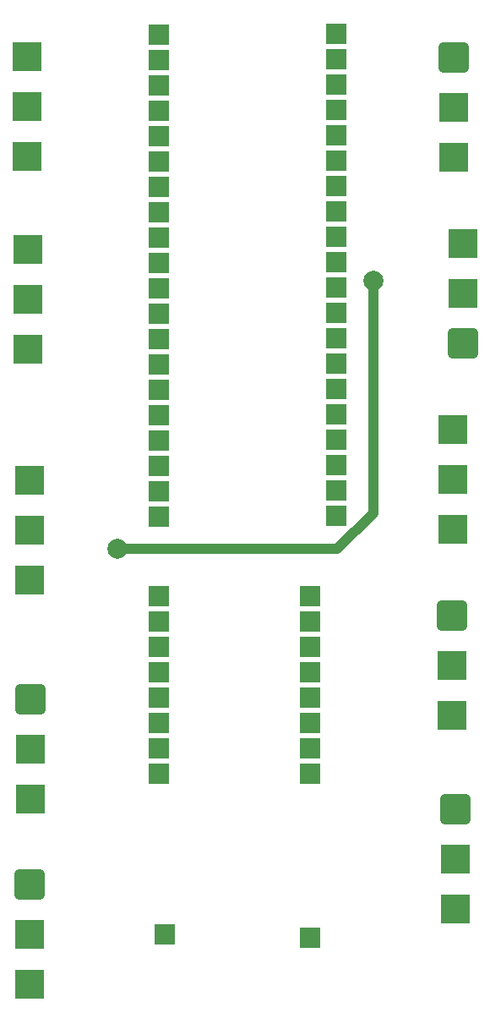
<source format=gbr>
%TF.GenerationSoftware,KiCad,Pcbnew,7.0.7*%
%TF.CreationDate,2023-09-27T09:45:00-05:00*%
%TF.ProjectId,PCB,5043422e-6b69-4636-9164-5f7063625858,rev?*%
%TF.SameCoordinates,Original*%
%TF.FileFunction,Copper,L1,Top*%
%TF.FilePolarity,Positive*%
%FSLAX46Y46*%
G04 Gerber Fmt 4.6, Leading zero omitted, Abs format (unit mm)*
G04 Created by KiCad (PCBNEW 7.0.7) date 2023-09-27 09:45:00*
%MOMM*%
%LPD*%
G01*
G04 APERTURE LIST*
G04 Aperture macros list*
%AMRoundRect*
0 Rectangle with rounded corners*
0 $1 Rounding radius*
0 $2 $3 $4 $5 $6 $7 $8 $9 X,Y pos of 4 corners*
0 Add a 4 corners polygon primitive as box body*
4,1,4,$2,$3,$4,$5,$6,$7,$8,$9,$2,$3,0*
0 Add four circle primitives for the rounded corners*
1,1,$1+$1,$2,$3*
1,1,$1+$1,$4,$5*
1,1,$1+$1,$6,$7*
1,1,$1+$1,$8,$9*
0 Add four rect primitives between the rounded corners*
20,1,$1+$1,$2,$3,$4,$5,0*
20,1,$1+$1,$4,$5,$6,$7,0*
20,1,$1+$1,$6,$7,$8,$9,0*
20,1,$1+$1,$8,$9,$2,$3,0*%
G04 Aperture macros list end*
%TA.AperFunction,ComponentPad*%
%ADD10R,2.000000X2.000000*%
%TD*%
%TA.AperFunction,ComponentPad*%
%ADD11R,3.000000X3.000000*%
%TD*%
%TA.AperFunction,ComponentPad*%
%ADD12RoundRect,0.375000X-1.125000X1.125000X-1.125000X-1.125000X1.125000X-1.125000X1.125000X1.125000X0*%
%TD*%
%TA.AperFunction,ComponentPad*%
%ADD13RoundRect,0.375000X1.125000X-1.125000X1.125000X1.125000X-1.125000X1.125000X-1.125000X-1.125000X0*%
%TD*%
%TA.AperFunction,ViaPad*%
%ADD14C,2.000000*%
%TD*%
%TA.AperFunction,Conductor*%
%ADD15C,1.000000*%
%TD*%
G04 APERTURE END LIST*
D10*
%TO.P,J15,1,Pin_1*%
%TO.N,V_Motor*%
X103124000Y-140919200D03*
%TD*%
D11*
%TO.P,J7,1,Pin_1*%
%TO.N,TX*%
X89244300Y-53013600D03*
%TO.P,J7,2,Pin_2*%
%TO.N,RX*%
X89244300Y-58013600D03*
%TO.P,J7,3,Pin_3*%
%TO.N,unconnected-(J7-Pin_3-Pad3)*%
X89244300Y-63013600D03*
%TD*%
%TO.P,J3,1,Pin_1*%
%TO.N,EncoB1*%
X89385400Y-72296000D03*
%TO.P,J3,2,Pin_2*%
%TO.N,EncoA1*%
X89385400Y-77296000D03*
%TO.P,J3,3,Pin_3*%
%TO.N,3.3V*%
X89385400Y-82296000D03*
%TD*%
D10*
%TO.P,J8,1,Pin_1*%
%TO.N,V_Motor*%
X102489400Y-107046000D03*
%TO.P,J8,2,Pin_2*%
%TO.N,5V I_O*%
X102489400Y-109586000D03*
%TO.P,J8,3,Pin_3*%
%TO.N,GND*%
X102489400Y-112126000D03*
%TO.P,J8,4,Pin_4*%
%TO.N,A01*%
X102489400Y-114666000D03*
%TO.P,J8,5,Pin_5*%
%TO.N,A02*%
X102489400Y-117206000D03*
%TO.P,J8,6,Pin_6*%
%TO.N,B02*%
X102489400Y-119746000D03*
%TO.P,J8,7,Pin_7*%
%TO.N,B01*%
X102489400Y-122286000D03*
%TO.P,J8,8,Pin_8*%
%TO.N,GND*%
X102489400Y-124826000D03*
%TD*%
D12*
%TO.P,J14,1,Pin_1*%
%TO.N,Fc4*%
X132170300Y-128357600D03*
D11*
%TO.P,J14,2,Pin_2*%
%TO.N,GND*%
X132170300Y-133357600D03*
%TO.P,J14,3,Pin_3*%
%TO.N,unconnected-(J14-Pin_3-Pad3)*%
X132170300Y-138357600D03*
%TD*%
%TO.P,J11,1,Pin_1*%
%TO.N,GND*%
X89537800Y-95410000D03*
%TO.P,J11,2,Pin_2*%
%TO.N,A02*%
X89537800Y-100410000D03*
%TO.P,J11,3,Pin_3*%
%TO.N,A01*%
X89537800Y-105410000D03*
%TD*%
D10*
%TO.P,J9,1,Pin_1*%
%TO.N,GND*%
X117652800Y-124815600D03*
%TO.P,J9,2,Pin_2*%
%TO.N,PWMB*%
X117652800Y-122275600D03*
%TO.P,J9,3,Pin_3*%
%TO.N,BIN2*%
X117652800Y-119735600D03*
%TO.P,J9,4,Pin_4*%
%TO.N,BIN1*%
X117652800Y-117195600D03*
%TO.P,J9,5,Pin_5*%
%TO.N,STBY*%
X117652800Y-114655600D03*
%TO.P,J9,6,Pin_6*%
%TO.N,AIN1*%
X117652800Y-112115600D03*
%TO.P,J9,7,Pin_7*%
%TO.N,AIN2*%
X117652800Y-109575600D03*
%TO.P,J9,8,Pin_8*%
%TO.N,PWMA*%
X117652800Y-107035600D03*
%TD*%
D12*
%TO.P,J12,1,Pin_1*%
%TO.N,GND*%
X89520000Y-135920000D03*
D11*
%TO.P,J12,2,Pin_2*%
%TO.N,B02*%
X89520000Y-140920000D03*
%TO.P,J12,3,Pin_3*%
%TO.N,B01*%
X89520000Y-145920000D03*
%TD*%
D10*
%TO.P,J2,1,Pin_1*%
%TO.N,unconnected-(J2-Pin_1-Pad1)*%
X120243600Y-99009200D03*
%TO.P,J2,2,Pin_2*%
%TO.N,unconnected-(J2-Pin_2-Pad2)*%
X120243600Y-96469200D03*
%TO.P,J2,3,Pin_3*%
%TO.N,GND*%
X120243600Y-93929200D03*
%TO.P,J2,4,Pin_4*%
%TO.N,Fc4*%
X120243600Y-91389200D03*
%TO.P,J2,5,Pin_5*%
%TO.N,Fc3*%
X120243600Y-88849200D03*
%TO.P,J2,6,Pin_6*%
%TO.N,Fc2*%
X120243600Y-86309200D03*
%TO.P,J2,7,Pin_7*%
%TO.N,Fc1*%
X120243600Y-83769200D03*
%TO.P,J2,8,Pin_8*%
%TO.N,GND*%
X120243600Y-81229200D03*
%TO.P,J2,9,Pin_9*%
%TO.N,PWM_Servo*%
X120243600Y-78689200D03*
%TO.P,J2,10,Pin_10*%
%TO.N,unconnected-(J2-Pin_10-Pad10)*%
X120243600Y-76149200D03*
%TO.P,J2,11,Pin_11*%
%TO.N,unconnected-(J2-Pin_11-Pad11)*%
X120243600Y-73609200D03*
%TO.P,J2,12,Pin_12*%
%TO.N,unconnected-(J2-Pin_12-Pad12)*%
X120243600Y-71069200D03*
%TO.P,J2,13,Pin_13*%
%TO.N,unconnected-(J2-Pin_13-Pad13)*%
X120243600Y-68529200D03*
%TO.P,J2,14,Pin_14*%
%TO.N,unconnected-(J2-Pin_14-Pad14)*%
X120243600Y-65989200D03*
%TO.P,J2,15,Pin_15*%
%TO.N,unconnected-(J2-Pin_15-Pad15)*%
X120243600Y-63449200D03*
%TO.P,J2,16,Pin_16*%
%TO.N,3.3V*%
X120243600Y-60909200D03*
%TO.P,J2,17,Pin_17*%
%TO.N,unconnected-(J2-Pin_17-Pad17)*%
X120243600Y-58369200D03*
%TO.P,J2,18,Pin_18*%
%TO.N,GND*%
X120243600Y-55829200D03*
%TO.P,J2,19,Pin_19*%
%TO.N,unconnected-(J2-Pin_19-Pad19)*%
X120243600Y-53289200D03*
%TO.P,J2,20,Pin_20*%
%TO.N,5V I_O*%
X120243600Y-50749200D03*
%TD*%
D13*
%TO.P,J6,1,Pin_1*%
%TO.N,PWM_Servo*%
X132994400Y-81686400D03*
D11*
%TO.P,J6,2,Pin_2*%
%TO.N,5V I_O*%
X132994400Y-76686400D03*
%TO.P,J6,3,Pin_3*%
%TO.N,GND*%
X132994400Y-71686400D03*
%TD*%
D12*
%TO.P,J4,1,Pin_1*%
%TO.N,EncoB2*%
X89599900Y-117326400D03*
D11*
%TO.P,J4,2,Pin_2*%
%TO.N,EncoA2*%
X89599900Y-122326400D03*
%TO.P,J4,3,Pin_3*%
%TO.N,3.3V*%
X89599900Y-127326400D03*
%TD*%
D10*
%TO.P,J1,1,Pin_1*%
%TO.N,TX*%
X102463600Y-50825400D03*
%TO.P,J1,2,Pin_2*%
%TO.N,RX*%
X102463600Y-53365400D03*
%TO.P,J1,3,Pin_3*%
%TO.N,GND*%
X102463600Y-55905400D03*
%TO.P,J1,4,Pin_4*%
%TO.N,EncoB1*%
X102463600Y-58445400D03*
%TO.P,J1,5,Pin_5*%
%TO.N,EncoA1*%
X102463600Y-60985400D03*
%TO.P,J1,6,Pin_6*%
%TO.N,EncoB2*%
X102463600Y-63525400D03*
%TO.P,J1,7,Pin_7*%
%TO.N,EncoA2*%
X102463600Y-66065400D03*
%TO.P,J1,8,Pin_8*%
%TO.N,GND*%
X102463600Y-68605400D03*
%TO.P,J1,9,Pin_9*%
%TO.N,unconnected-(J1-Pin_9-Pad9)*%
X102463600Y-71145400D03*
%TO.P,J1,10,Pin_10*%
%TO.N,unconnected-(J1-Pin_10-Pad10)*%
X102463600Y-73685400D03*
%TO.P,J1,11,Pin_11*%
%TO.N,unconnected-(J1-Pin_11-Pad11)*%
X102463600Y-76225400D03*
%TO.P,J1,12,Pin_12*%
%TO.N,PWMA*%
X102463600Y-78765400D03*
%TO.P,J1,13,Pin_13*%
%TO.N,GND*%
X102463600Y-81305400D03*
%TO.P,J1,14,Pin_14*%
%TO.N,AIN2*%
X102463600Y-83845400D03*
%TO.P,J1,15,Pin_15*%
%TO.N,AIN1*%
X102463600Y-86385400D03*
%TO.P,J1,16,Pin_16*%
%TO.N,STBY*%
X102463600Y-88925400D03*
%TO.P,J1,17,Pin_17*%
%TO.N,BIN1*%
X102463600Y-91465400D03*
%TO.P,J1,18,Pin_18*%
%TO.N,GND*%
X102463600Y-94005400D03*
%TO.P,J1,19,Pin_19*%
%TO.N,BIN2*%
X102463600Y-96545400D03*
%TO.P,J1,20,Pin_20*%
%TO.N,PWMB*%
X102463600Y-99085400D03*
%TD*%
D12*
%TO.P,J10,1,Pin_1*%
%TO.N,5V I_O*%
X132029200Y-53093600D03*
D11*
%TO.P,J10,2,Pin_2*%
%TO.N,GND*%
X132029200Y-58093600D03*
%TO.P,J10,3,Pin_3*%
%TO.N,unconnected-(J10-Pin_3-Pad3)*%
X132029200Y-63093600D03*
%TD*%
D10*
%TO.P,J16,1,Pin_1*%
%TO.N,GND*%
X117652800Y-141224000D03*
%TD*%
D11*
%TO.P,J5,1,Pin_1*%
%TO.N,Fc1*%
X131967100Y-90330000D03*
%TO.P,J5,2,Pin_2*%
%TO.N,GND*%
X131967100Y-95330000D03*
%TO.P,J5,3,Pin_3*%
%TO.N,Fc2*%
X131967100Y-100330000D03*
%TD*%
D12*
%TO.P,J13,1,Pin_1*%
%TO.N,GND*%
X131865500Y-108973600D03*
D11*
%TO.P,J13,2,Pin_2*%
%TO.N,Fc3*%
X131865500Y-113973600D03*
%TO.P,J13,3,Pin_3*%
%TO.N,GND*%
X131865500Y-118973600D03*
%TD*%
D14*
%TO.N,5V I_O*%
X123970000Y-75460000D03*
X98370000Y-102270000D03*
%TD*%
D15*
%TO.N,5V I_O*%
X98370000Y-102270000D02*
X120382800Y-102270000D01*
X120382800Y-102270000D02*
X123970000Y-98682800D01*
X123970000Y-98682800D02*
X123970000Y-75460000D01*
%TD*%
M02*

</source>
